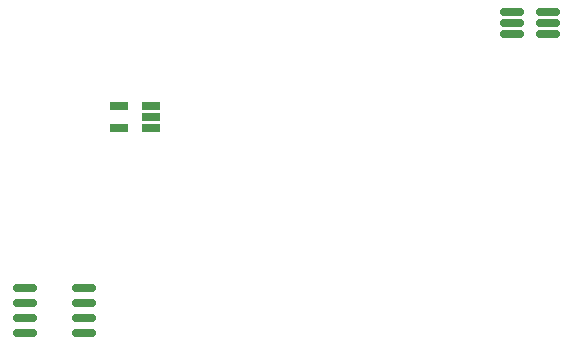
<source format=gbr>
%TF.GenerationSoftware,KiCad,Pcbnew,8.0.3*%
%TF.CreationDate,2024-07-01T09:31:08+02:00*%
%TF.ProjectId,Q17-Mini,5131372d-4d69-46e6-992e-6b696361645f,3.0.1*%
%TF.SameCoordinates,Original*%
%TF.FileFunction,Paste,Bot*%
%TF.FilePolarity,Positive*%
%FSLAX46Y46*%
G04 Gerber Fmt 4.6, Leading zero omitted, Abs format (unit mm)*
G04 Created by KiCad (PCBNEW 8.0.3) date 2024-07-01 09:31:08*
%MOMM*%
%LPD*%
G01*
G04 APERTURE LIST*
G04 Aperture macros list*
%AMRoundRect*
0 Rectangle with rounded corners*
0 $1 Rounding radius*
0 $2 $3 $4 $5 $6 $7 $8 $9 X,Y pos of 4 corners*
0 Add a 4 corners polygon primitive as box body*
4,1,4,$2,$3,$4,$5,$6,$7,$8,$9,$2,$3,0*
0 Add four circle primitives for the rounded corners*
1,1,$1+$1,$2,$3*
1,1,$1+$1,$4,$5*
1,1,$1+$1,$6,$7*
1,1,$1+$1,$8,$9*
0 Add four rect primitives between the rounded corners*
20,1,$1+$1,$2,$3,$4,$5,0*
20,1,$1+$1,$4,$5,$6,$7,0*
20,1,$1+$1,$6,$7,$8,$9,0*
20,1,$1+$1,$8,$9,$2,$3,0*%
G04 Aperture macros list end*
%ADD10RoundRect,0.150000X0.850000X0.150000X-0.850000X0.150000X-0.850000X-0.150000X0.850000X-0.150000X0*%
%ADD11R,1.560000X0.650000*%
%ADD12RoundRect,0.150000X0.825000X0.150000X-0.825000X0.150000X-0.825000X-0.150000X0.825000X-0.150000X0*%
G04 APERTURE END LIST*
D10*
%TO.C,U2*%
X147894495Y-65240037D03*
X147894495Y-66190037D03*
X147894495Y-67140037D03*
X144846495Y-67140037D03*
X144846495Y-66190037D03*
X144846495Y-65240037D03*
%TD*%
D11*
%TO.C,Q7'*%
X114319495Y-73175037D03*
X114319495Y-74125037D03*
X114319495Y-75075037D03*
X111619495Y-75075037D03*
X111619495Y-73175037D03*
%TD*%
D12*
%TO.C,U1*%
X108617921Y-88645134D03*
X108617921Y-89915134D03*
X108617921Y-91185134D03*
X108617921Y-92455134D03*
X103667921Y-92455134D03*
X103667921Y-91185134D03*
X103667921Y-89915134D03*
X103667921Y-88645134D03*
%TD*%
M02*

</source>
